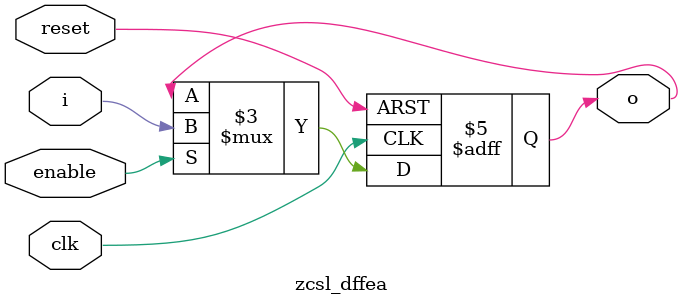
<source format=v>
/*
 * Copyright International Business Machines Corporation 2016
 *
 * Printed in the United States of America June 2016
 *
 * IBM, the IBM logo, and ibm.com are trademarks or registered trademarks of
 * International Business Machines Corp.,
 * registered in many jurisdictions worldwide. Other product and service names
 * might be trademarks of IBM or other companies. A current list of IBM trademarks
 * is available on the Web at “Copyright and trademark information” at
 * www.ibm.com/legal/copytrade.shtml.
 *
 * Other company, product, and service names may be trademarks or service marks of
 * others.
 *
 * All information contained in this document is subject to change without notice.
 * The products described in this document are NOT intended for use in applications
 * such as implantation, life support, or other hazardous uses where malfunction
 * could result in death, bodily injury, or catastrophic property damage. The
 * information contained in this document does not affect or change IBM product
 * specifications or warranties. Nothing in this document shall operate as an
 * express or implied license or indemnity under the intellectual property rights
 * of IBM or third parties. All information contained in this document was obtained
 * in specific environments, and is presented as an illustration. The results
 * obtained in other operating environments may vary.
 * While the information contained herein is believed to be accurate, such
 * information is preliminary, and should not be relied upon for accuracy or
 * completeness, and no representations or warranties of accuracy or completeness
 * are made.
 *
 * Note: This document contains information on products in the design, sampling
 * and/or initial production phases of development. This information is subject to
 * change without notice. Verify with your IBM field applications engineer that you
 * have the latest version of this document before finalizing a design.
 * This document is intended for development of technology products compatible with
 * Power Architecture. You may use this document, for any purpose (commercial or
 * personal) and make modifications and distribute; however, modifications to this
 * document may violate Power Architecture and should be carefully considered. Any
 * distribution of this document or its derivative works shall include this Notice
 * page including but not limited to the IBM warranty disclaimer and IBM liability
 * limitation. No other licenses, expressed or implied, estoppel or otherwise to
 * any intellectual property rights is granted by this document.
 *
 * THE INFORMATION CONTAINED IN THIS DOCUMENT IS PROVIDED ON AN “AS IS” BASIS.
 * IBM makes no representations or warranties, either express or implied, including
 * but not limited to, warranties of merchantability, fitness for a particular
 * purpose, or non-infringement, or that any practice or implementation of the IBM
 * documentation will not infringe any third party patents, copyrights, trade
 * secrets, or other rights. In no event will IBM be liable for damages arising
 * directly or indirectly from any use of the information contained in this
 * document.
 *
 * IBM Systems and Technology Group
 * 2070 Route 52, Bldg. 330
 * Hopewell Junction, NY 12533-6351
 * The IBM home page can be found at ibm.com.
 */

// IBM Research - Zurich
// Zurich CAPI Streaming Layer
// Raphael Polig <pol@zurich.ibm.com>
// Heiner Giefers <hgi@zurich.ibm.com>

`timescale 1 ps / 1 ps

module zcsl_dffea
#(
	parameter WIDTH = 1,
	parameter INIT = {WIDTH {1'b0}}
)
(
	input clk,
	input reset,
	input enable,
	input [0:WIDTH-1] i,
	output reg [0:WIDTH-1] o = INIT
);

always@(posedge(clk) or posedge(reset)) begin
	if(reset) begin
		o <= INIT;
	end else begin
		if(enable) begin
			o <= i;
		end
	end
end

endmodule

</source>
